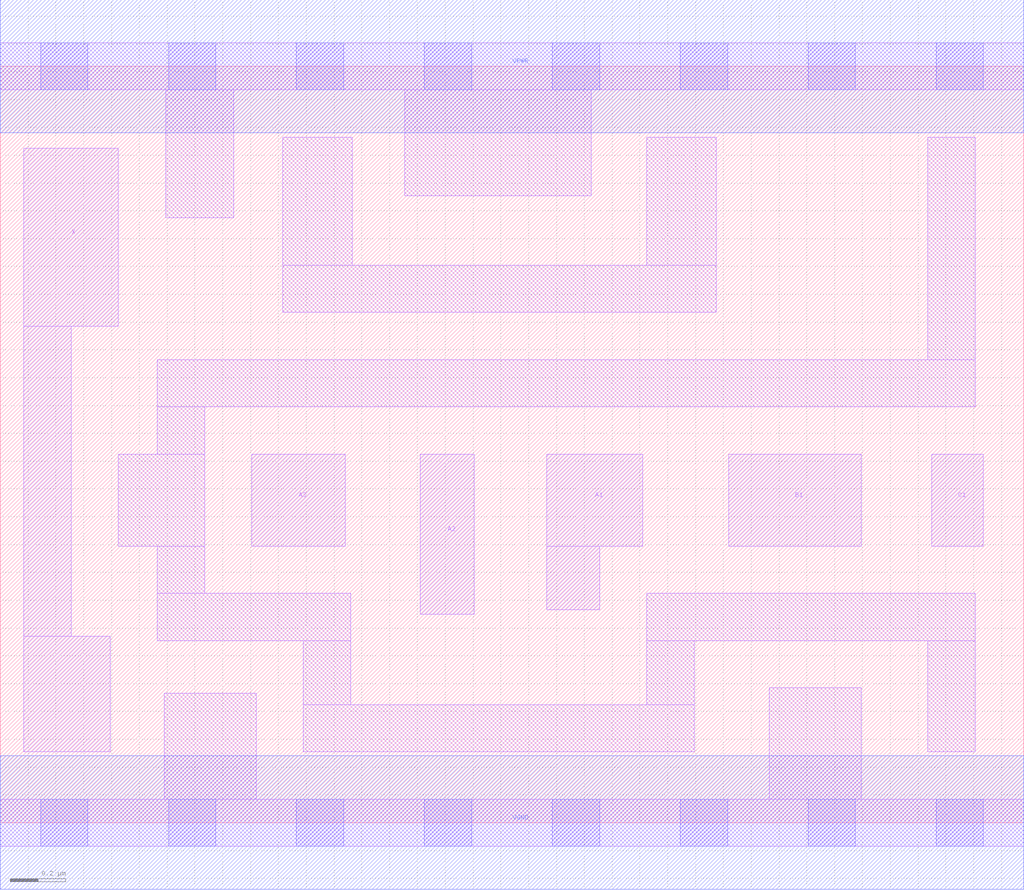
<source format=lef>
# Copyright 2020 The SkyWater PDK Authors
#
# Licensed under the Apache License, Version 2.0 (the "License");
# you may not use this file except in compliance with the License.
# You may obtain a copy of the License at
#
#     https://www.apache.org/licenses/LICENSE-2.0
#
# Unless required by applicable law or agreed to in writing, software
# distributed under the License is distributed on an "AS IS" BASIS,
# WITHOUT WARRANTIES OR CONDITIONS OF ANY KIND, either express or implied.
# See the License for the specific language governing permissions and
# limitations under the License.
#
# SPDX-License-Identifier: Apache-2.0

VERSION 5.7 ;
  NAMESCASESENSITIVE ON ;
  NOWIREEXTENSIONATPIN ON ;
  DIVIDERCHAR "/" ;
  BUSBITCHARS "[]" ;
UNITS
  DATABASE MICRONS 200 ;
END UNITS
MACRO sky130_fd_sc_hd__a311o_1
  CLASS CORE ;
  SOURCE USER ;
  FOREIGN sky130_fd_sc_hd__a311o_1 ;
  ORIGIN  0.000000  0.000000 ;
  SIZE  3.680000 BY  2.720000 ;
  SYMMETRY X Y R90 ;
  SITE unithd ;
  PIN A1
    ANTENNAGATEAREA  0.247500 ;
    DIRECTION INPUT ;
    USE SIGNAL ;
    PORT
      LAYER li1 ;
        RECT 1.965000 0.765000 2.155000 0.995000 ;
        RECT 1.965000 0.995000 2.310000 1.325000 ;
    END
  END A1
  PIN A2
    ANTENNAGATEAREA  0.247500 ;
    DIRECTION INPUT ;
    USE SIGNAL ;
    PORT
      LAYER li1 ;
        RECT 1.510000 0.750000 1.705000 1.325000 ;
    END
  END A2
  PIN A3
    ANTENNAGATEAREA  0.247500 ;
    DIRECTION INPUT ;
    USE SIGNAL ;
    PORT
      LAYER li1 ;
        RECT 0.905000 0.995000 1.240000 1.325000 ;
    END
  END A3
  PIN B1
    ANTENNAGATEAREA  0.247500 ;
    DIRECTION INPUT ;
    USE SIGNAL ;
    PORT
      LAYER li1 ;
        RECT 2.620000 0.995000 3.095000 1.325000 ;
    END
  END B1
  PIN C1
    ANTENNAGATEAREA  0.247500 ;
    DIRECTION INPUT ;
    USE SIGNAL ;
    PORT
      LAYER li1 ;
        RECT 3.350000 0.995000 3.535000 1.325000 ;
    END
  END C1
  PIN X
    ANTENNADIFFAREA  0.454000 ;
    DIRECTION OUTPUT ;
    USE SIGNAL ;
    PORT
      LAYER li1 ;
        RECT 0.085000 0.255000 0.395000 0.670000 ;
        RECT 0.085000 0.670000 0.255000 1.785000 ;
        RECT 0.085000 1.785000 0.425000 2.425000 ;
    END
  END X
  PIN VGND
    DIRECTION INOUT ;
    SHAPE ABUTMENT ;
    USE GROUND ;
    PORT
      LAYER met1 ;
        RECT 0.000000 -0.240000 3.680000 0.240000 ;
    END
  END VGND
  PIN VPWR
    DIRECTION INOUT ;
    SHAPE ABUTMENT ;
    USE POWER ;
    PORT
      LAYER met1 ;
        RECT 0.000000 2.480000 3.680000 2.960000 ;
    END
  END VPWR
  OBS
    LAYER li1 ;
      RECT 0.000000 -0.085000 3.680000 0.085000 ;
      RECT 0.000000  2.635000 3.680000 2.805000 ;
      RECT 0.425000  0.995000 0.735000 1.325000 ;
      RECT 0.565000  0.655000 1.260000 0.825000 ;
      RECT 0.565000  0.825000 0.735000 0.995000 ;
      RECT 0.565000  1.325000 0.735000 1.495000 ;
      RECT 0.565000  1.495000 3.505000 1.665000 ;
      RECT 0.590000  0.085000 0.920000 0.465000 ;
      RECT 0.595000  2.175000 0.840000 2.635000 ;
      RECT 1.015000  1.835000 2.575000 2.005000 ;
      RECT 1.015000  2.005000 1.265000 2.465000 ;
      RECT 1.090000  0.255000 2.495000 0.425000 ;
      RECT 1.090000  0.425000 1.260000 0.655000 ;
      RECT 1.455000  2.255000 2.125000 2.635000 ;
      RECT 2.325000  0.425000 2.495000 0.655000 ;
      RECT 2.325000  0.655000 3.505000 0.825000 ;
      RECT 2.325000  2.005000 2.575000 2.465000 ;
      RECT 2.765000  0.085000 3.095000 0.485000 ;
      RECT 3.335000  0.255000 3.505000 0.655000 ;
      RECT 3.335000  1.665000 3.505000 2.465000 ;
    LAYER mcon ;
      RECT 0.145000 -0.085000 0.315000 0.085000 ;
      RECT 0.145000  2.635000 0.315000 2.805000 ;
      RECT 0.605000 -0.085000 0.775000 0.085000 ;
      RECT 0.605000  2.635000 0.775000 2.805000 ;
      RECT 1.065000 -0.085000 1.235000 0.085000 ;
      RECT 1.065000  2.635000 1.235000 2.805000 ;
      RECT 1.525000 -0.085000 1.695000 0.085000 ;
      RECT 1.525000  2.635000 1.695000 2.805000 ;
      RECT 1.985000 -0.085000 2.155000 0.085000 ;
      RECT 1.985000  2.635000 2.155000 2.805000 ;
      RECT 2.445000 -0.085000 2.615000 0.085000 ;
      RECT 2.445000  2.635000 2.615000 2.805000 ;
      RECT 2.905000 -0.085000 3.075000 0.085000 ;
      RECT 2.905000  2.635000 3.075000 2.805000 ;
      RECT 3.365000 -0.085000 3.535000 0.085000 ;
      RECT 3.365000  2.635000 3.535000 2.805000 ;
  END
END sky130_fd_sc_hd__a311o_1
END LIBRARY

</source>
